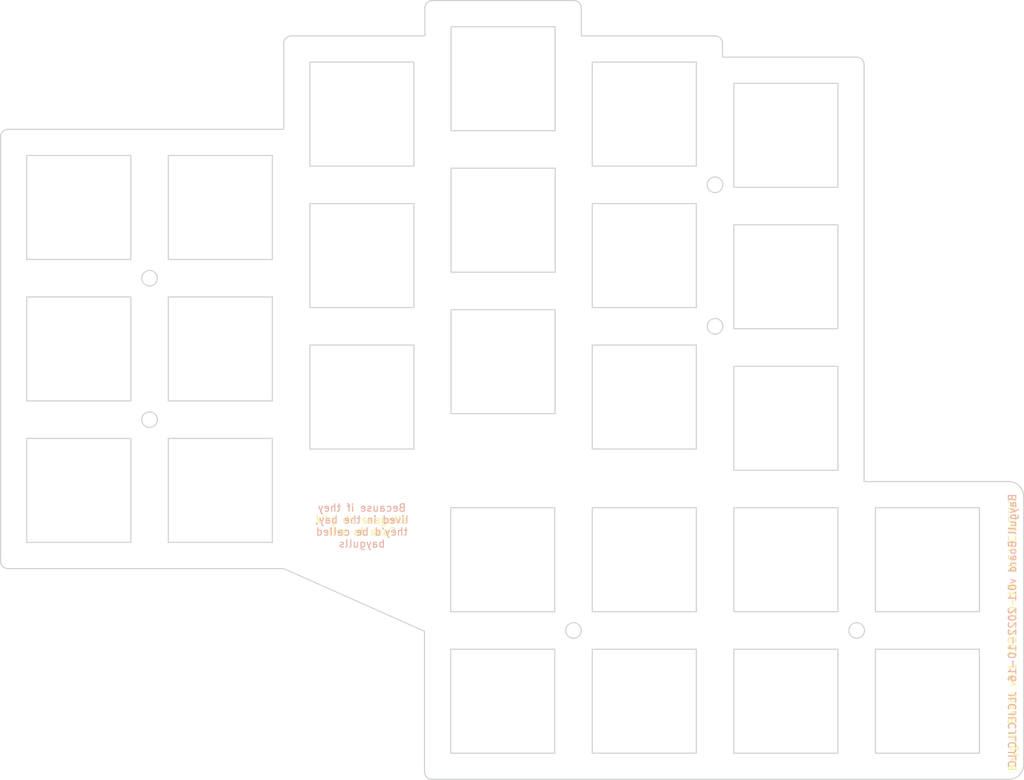
<source format=kicad_pcb>

            
(kicad_pcb (version 20171130) (host pcbnew 5.1.6)

  (page A3)
  (title_block
    (title top_plate)
    (rev v1.0.0)
    (company Unknown)
  )

  (general
    (thickness 1.6)
  )

  (layers
    (0 F.Cu signal)
    (31 B.Cu signal)
    (32 B.Adhes user)
    (33 F.Adhes user)
    (34 B.Paste user)
    (35 F.Paste user)
    (36 B.SilkS user)
    (37 F.SilkS user)
    (38 B.Mask user)
    (39 F.Mask user)
    (40 Dwgs.User user)
    (41 Cmts.User user)
    (42 Eco1.User user)
    (43 Eco2.User user)
    (44 Edge.Cuts user)
    (45 Margin user)
    (46 B.CrtYd user)
    (47 F.CrtYd user)
    (48 B.Fab user)
    (49 F.Fab user)
  )

  (setup
    (last_trace_width 0.25)
    (trace_clearance 0.2)
    (zone_clearance 0.508)
    (zone_45_only no)
    (trace_min 0.2)
    (via_size 0.8)
    (via_drill 0.4)
    (via_min_size 0.4)
    (via_min_drill 0.3)
    (uvia_size 0.3)
    (uvia_drill 0.1)
    (uvias_allowed no)
    (uvia_min_size 0.2)
    (uvia_min_drill 0.1)
    (edge_width 0.05)
    (segment_width 0.2)
    (pcb_text_width 0.3)
    (pcb_text_size 1.5 1.5)
    (mod_edge_width 0.12)
    (mod_text_size 1 1)
    (mod_text_width 0.15)
    (pad_size 1.524 1.524)
    (pad_drill 0.762)
    (pad_to_mask_clearance 0.05)
    (aux_axis_origin 0 0)
    (visible_elements FFFFFF7F)
    (pcbplotparams
      (layerselection 0x010fc_ffffffff)
      (usegerberextensions false)
      (usegerberattributes true)
      (usegerberadvancedattributes true)
      (creategerberjobfile true)
      (excludeedgelayer true)
      (linewidth 0.100000)
      (plotframeref false)
      (viasonmask false)
      (mode 1)
      (useauxorigin false)
      (hpglpennumber 1)
      (hpglpenspeed 20)
      (hpglpendiameter 15.000000)
      (psnegative false)
      (psa4output false)
      (plotreference true)
      (plotvalue true)
      (plotinvisibletext false)
      (padsonsilk false)
      (subtractmaskfromsilk false)
      (outputformat 1)
      (mirror false)
      (drillshape 1)
      (scaleselection 1)
      (outputdirectory ""))
  )

            (net 0 "")
            
  (net_class Default "This is the default net class."
    (clearance 0.2)
    (trace_width 0.25)
    (via_dia 0.8)
    (via_drill 0.4)
    (uvia_dia 0.3)
    (uvia_drill 0.1)
    (add_net "")
  )

            
  (net_class Power "This is the power net class."
    (clearance 0.2)
    (trace_width 0.5)
    (via_dia 0.8)
    (via_drill 0.4)
    (uvia_dia 0.3)
    (uvia_drill 0.1)
    
  )

            
            (gr_text "Why do seagulls\nlive at sea?" (at 57.150000000000006 4.7625 0) (layer F.SilkS)
                (effects (font (size 1 1) (thickness 0.15)) )
            )
        

            (gr_text "Because if they\nlived in the bay,\nthey'd be called\nbaygulls" (at 57.150000000000006 4.7625 0) (layer B.SilkS)
                (effects (font (size 1 1) (thickness 0.15)) (justify mirror))
            )
        

            (gr_text "Baygull Board v0.1 2022-10-16" (at 144.68 37.9095 90) (layer F.SilkS)
                (effects (font (size 1 1) (thickness 0.15)) (justify left))
            )
        

            (gr_text "JLCJLCJLCJLC" (at 144.68 11.239500000000003 90) (layer F.SilkS)
                (effects (font (size 1 1) (thickness 0.15)) (justify left))
            )
        

            (gr_text "JLCJLCJLCJLC" (at 144.68 32.194500000000005 90) (layer B.SilkS)
                (effects (font (size 1 1) (thickness 0.15)) (justify mirror))
            )
        

            (gr_text "Baygull Board v0.1 2022-10-16" (at 144.68 13.144500000000003 90) (layer B.SilkS)
                (effects (font (size 1 1) (thickness 0.15)) (justify mirror))
            )
        
            (gr_line (start 9.525 10.525) (end 46.625 10.525) (angle 90) (layer Edge.Cuts) (width 0.15))
(gr_line (start 8.525 9.525) (end 8.525 -47.625) (angle 90) (layer Edge.Cuts) (width 0.15))
(gr_arc (start 9.525 9.525) (end 8.525 9.525) (angle -90) (layer Edge.Cuts) (width 0.15))
(gr_line (start 9.525 -48.625) (end 46.625 -48.625) (angle 90) (layer Edge.Cuts) (width 0.15))
(gr_arc (start 9.525 -47.625) (end 9.525 -48.625) (angle -90) (layer Edge.Cuts) (width 0.15))
(gr_line (start 65.625 -61.19800000000001) (end 47.625 -61.19800000000001) (angle 90) (layer Edge.Cuts) (width 0.15))
(gr_arc (start 47.625 -60.19800000000001) (end 47.625 -61.19800000000001) (angle -90) (layer Edge.Cuts) (width 0.15))
(gr_line (start 46.625 -60.19800000000001) (end 46.625 -48.625) (angle 90) (layer Edge.Cuts) (width 0.15))
(gr_line (start 86.675 -61.19800000000001) (end 86.675 -64.9605) (angle 90) (layer Edge.Cuts) (width 0.15))
(gr_arc (start 85.675 -64.9605) (end 86.675 -64.9605) (angle -90) (layer Edge.Cuts) (width 0.15))
(gr_line (start 85.675 -65.9605) (end 66.625 -65.9605) (angle 90) (layer Edge.Cuts) (width 0.15))
(gr_arc (start 66.625 -64.9605) (end 66.625 -65.9605) (angle -90) (layer Edge.Cuts) (width 0.15))
(gr_line (start 65.625 -64.9605) (end 65.625 -61.19800000000001) (angle 90) (layer Edge.Cuts) (width 0.15))
(gr_line (start 105.675 -58.340500000000006) (end 105.675 -60.19800000000001) (angle 90) (layer Edge.Cuts) (width 0.15))
(gr_arc (start 104.675 -60.19800000000001) (end 105.675 -60.19800000000001) (angle -90) (layer Edge.Cuts) (width 0.15))
(gr_line (start 104.675 -61.19800000000001) (end 86.675 -61.19800000000001) (angle 90) (layer Edge.Cuts) (width 0.15))
(gr_line (start 124.725 -1.1905000000000001) (end 124.72500000000001 -57.340500000000006) (angle 90) (layer Edge.Cuts) (width 0.15))
(gr_arc (start 123.725 -57.340500000000006) (end 124.725 -57.340500000000006) (angle -90) (layer Edge.Cuts) (width 0.15))
(gr_line (start 123.725 -58.340500000000006) (end 105.675 -58.340500000000006) (angle 90) (layer Edge.Cuts) (width 0.15))
(gr_line (start 65.57499999999999 37.9095) (end 65.57499999999999 18.96837828162291) (angle 90) (layer Edge.Cuts) (width 0.15))
(gr_line (start 66.57499999999999 38.9095) (end 144.195 38.9095) (angle 90) (layer Edge.Cuts) (width 0.15))
(gr_arc (start 66.57499999999999 37.9095) (end 65.57499999999999 37.9095) (angle -90) (layer Edge.Cuts) (width 0.15))
(gr_line (start 124.725 -1.1905000000000001) (end 144.195 -1.1905000000000001) (angle 90) (layer Edge.Cuts) (width 0.15))
(gr_line (start 65.57499999999999 18.96837828162291) (end 46.625 10.525) (angle 90) (layer Edge.Cuts) (width 0.15))
(gr_line (start 12.05 7) (end 26.05 7) (angle 90) (layer Edge.Cuts) (width 0.15))
(gr_line (start 26.05 7) (end 26.05 -7) (angle 90) (layer Edge.Cuts) (width 0.15))
(gr_line (start 26.05 -7) (end 12.05 -7) (angle 90) (layer Edge.Cuts) (width 0.15))
(gr_line (start 12.05 -7) (end 12.05 7) (angle 90) (layer Edge.Cuts) (width 0.15))
(gr_line (start 12.05 -12.05) (end 26.05 -12.05) (angle 90) (layer Edge.Cuts) (width 0.15))
(gr_line (start 26.05 -12.05) (end 26.05 -26.05) (angle 90) (layer Edge.Cuts) (width 0.15))
(gr_line (start 26.05 -26.05) (end 12.05 -26.05) (angle 90) (layer Edge.Cuts) (width 0.15))
(gr_line (start 12.05 -26.05) (end 12.05 -12.05) (angle 90) (layer Edge.Cuts) (width 0.15))
(gr_line (start 12.05 -31.1) (end 26.05 -31.1) (angle 90) (layer Edge.Cuts) (width 0.15))
(gr_line (start 26.05 -31.1) (end 26.05 -45.1) (angle 90) (layer Edge.Cuts) (width 0.15))
(gr_line (start 26.05 -45.1) (end 12.05 -45.1) (angle 90) (layer Edge.Cuts) (width 0.15))
(gr_line (start 12.05 -45.1) (end 12.05 -31.1) (angle 90) (layer Edge.Cuts) (width 0.15))
(gr_line (start 31.1 7) (end 45.1 7) (angle 90) (layer Edge.Cuts) (width 0.15))
(gr_line (start 45.1 7) (end 45.1 -7) (angle 90) (layer Edge.Cuts) (width 0.15))
(gr_line (start 45.1 -7) (end 31.1 -7) (angle 90) (layer Edge.Cuts) (width 0.15))
(gr_line (start 31.1 -7) (end 31.1 7) (angle 90) (layer Edge.Cuts) (width 0.15))
(gr_line (start 31.1 -12.05) (end 45.1 -12.05) (angle 90) (layer Edge.Cuts) (width 0.15))
(gr_line (start 45.1 -12.05) (end 45.1 -26.05) (angle 90) (layer Edge.Cuts) (width 0.15))
(gr_line (start 45.1 -26.05) (end 31.1 -26.05) (angle 90) (layer Edge.Cuts) (width 0.15))
(gr_line (start 31.1 -26.05) (end 31.1 -12.05) (angle 90) (layer Edge.Cuts) (width 0.15))
(gr_line (start 31.1 -31.1) (end 45.1 -31.1) (angle 90) (layer Edge.Cuts) (width 0.15))
(gr_line (start 45.1 -31.1) (end 45.1 -45.1) (angle 90) (layer Edge.Cuts) (width 0.15))
(gr_line (start 45.1 -45.1) (end 31.1 -45.1) (angle 90) (layer Edge.Cuts) (width 0.15))
(gr_line (start 31.1 -45.1) (end 31.1 -31.1) (angle 90) (layer Edge.Cuts) (width 0.15))
(gr_line (start 50.15 -5.573) (end 64.15 -5.573) (angle 90) (layer Edge.Cuts) (width 0.15))
(gr_line (start 64.15 -5.573) (end 64.15 -19.573) (angle 90) (layer Edge.Cuts) (width 0.15))
(gr_line (start 64.15 -19.573) (end 50.15 -19.573) (angle 90) (layer Edge.Cuts) (width 0.15))
(gr_line (start 50.15 -19.573) (end 50.15 -5.573) (angle 90) (layer Edge.Cuts) (width 0.15))
(gr_line (start 50.15 -24.623) (end 64.15 -24.623) (angle 90) (layer Edge.Cuts) (width 0.15))
(gr_line (start 64.15 -24.623) (end 64.15 -38.623000000000005) (angle 90) (layer Edge.Cuts) (width 0.15))
(gr_line (start 64.15 -38.623000000000005) (end 50.15 -38.623000000000005) (angle 90) (layer Edge.Cuts) (width 0.15))
(gr_line (start 50.15 -38.623000000000005) (end 50.15 -24.623) (angle 90) (layer Edge.Cuts) (width 0.15))
(gr_line (start 50.15 -43.673) (end 64.15 -43.673) (angle 90) (layer Edge.Cuts) (width 0.15))
(gr_line (start 64.15 -43.673) (end 64.15 -57.673) (angle 90) (layer Edge.Cuts) (width 0.15))
(gr_line (start 64.15 -57.673) (end 50.15 -57.673) (angle 90) (layer Edge.Cuts) (width 0.15))
(gr_line (start 50.15 -57.673) (end 50.15 -43.673) (angle 90) (layer Edge.Cuts) (width 0.15))
(gr_line (start 69.15 -10.3355) (end 83.15 -10.3355) (angle 90) (layer Edge.Cuts) (width 0.15))
(gr_line (start 83.15 -10.3355) (end 83.15 -24.3355) (angle 90) (layer Edge.Cuts) (width 0.15))
(gr_line (start 83.15 -24.3355) (end 69.15 -24.3355) (angle 90) (layer Edge.Cuts) (width 0.15))
(gr_line (start 69.15 -24.3355) (end 69.15 -10.3355) (angle 90) (layer Edge.Cuts) (width 0.15))
(gr_line (start 69.15 -29.3855) (end 83.15 -29.3855) (angle 90) (layer Edge.Cuts) (width 0.15))
(gr_line (start 83.15 -29.3855) (end 83.15 -43.3855) (angle 90) (layer Edge.Cuts) (width 0.15))
(gr_line (start 83.15 -43.3855) (end 69.15 -43.3855) (angle 90) (layer Edge.Cuts) (width 0.15))
(gr_line (start 69.15 -43.3855) (end 69.15 -29.3855) (angle 90) (layer Edge.Cuts) (width 0.15))
(gr_line (start 69.15 -48.4355) (end 83.15 -48.4355) (angle 90) (layer Edge.Cuts) (width 0.15))
(gr_line (start 83.15 -48.4355) (end 83.15 -62.4355) (angle 90) (layer Edge.Cuts) (width 0.15))
(gr_line (start 83.15 -62.4355) (end 69.15 -62.4355) (angle 90) (layer Edge.Cuts) (width 0.15))
(gr_line (start 69.15 -62.4355) (end 69.15 -48.4355) (angle 90) (layer Edge.Cuts) (width 0.15))
(gr_line (start 88.15 -5.573) (end 102.15 -5.573) (angle 90) (layer Edge.Cuts) (width 0.15))
(gr_line (start 102.15 -5.573) (end 102.15 -19.573) (angle 90) (layer Edge.Cuts) (width 0.15))
(gr_line (start 102.15 -19.573) (end 88.15 -19.573) (angle 90) (layer Edge.Cuts) (width 0.15))
(gr_line (start 88.15 -19.573) (end 88.15 -5.573) (angle 90) (layer Edge.Cuts) (width 0.15))
(gr_line (start 88.15 -24.623) (end 102.15 -24.623) (angle 90) (layer Edge.Cuts) (width 0.15))
(gr_line (start 102.15 -24.623) (end 102.15 -38.623000000000005) (angle 90) (layer Edge.Cuts) (width 0.15))
(gr_line (start 102.15 -38.623000000000005) (end 88.15 -38.623000000000005) (angle 90) (layer Edge.Cuts) (width 0.15))
(gr_line (start 88.15 -38.623000000000005) (end 88.15 -24.623) (angle 90) (layer Edge.Cuts) (width 0.15))
(gr_line (start 88.15 -43.673) (end 102.15 -43.673) (angle 90) (layer Edge.Cuts) (width 0.15))
(gr_line (start 102.15 -43.673) (end 102.15 -57.673) (angle 90) (layer Edge.Cuts) (width 0.15))
(gr_line (start 102.15 -57.673) (end 88.15 -57.673) (angle 90) (layer Edge.Cuts) (width 0.15))
(gr_line (start 88.15 -57.673) (end 88.15 -43.673) (angle 90) (layer Edge.Cuts) (width 0.15))
(gr_line (start 107.2 -2.7155000000000005) (end 121.2 -2.7155000000000005) (angle 90) (layer Edge.Cuts) (width 0.15))
(gr_line (start 121.2 -2.7155000000000005) (end 121.2 -16.7155) (angle 90) (layer Edge.Cuts) (width 0.15))
(gr_line (start 121.2 -16.7155) (end 107.2 -16.7155) (angle 90) (layer Edge.Cuts) (width 0.15))
(gr_line (start 107.2 -16.7155) (end 107.2 -2.7155000000000005) (angle 90) (layer Edge.Cuts) (width 0.15))
(gr_line (start 107.2 -21.7655) (end 121.2 -21.7655) (angle 90) (layer Edge.Cuts) (width 0.15))
(gr_line (start 121.2 -21.7655) (end 121.2 -35.7655) (angle 90) (layer Edge.Cuts) (width 0.15))
(gr_line (start 121.2 -35.7655) (end 107.2 -35.7655) (angle 90) (layer Edge.Cuts) (width 0.15))
(gr_line (start 107.2 -35.7655) (end 107.2 -21.7655) (angle 90) (layer Edge.Cuts) (width 0.15))
(gr_line (start 107.2 -40.8155) (end 121.2 -40.8155) (angle 90) (layer Edge.Cuts) (width 0.15))
(gr_line (start 121.2 -40.8155) (end 121.2 -54.8155) (angle 90) (layer Edge.Cuts) (width 0.15))
(gr_line (start 121.2 -54.8155) (end 107.2 -54.8155) (angle 90) (layer Edge.Cuts) (width 0.15))
(gr_line (start 107.2 -54.8155) (end 107.2 -40.8155) (angle 90) (layer Edge.Cuts) (width 0.15))
(gr_line (start 69.1 16.3345) (end 83.1 16.3345) (angle 90) (layer Edge.Cuts) (width 0.15))
(gr_line (start 83.1 16.3345) (end 83.1 2.3344999999999985) (angle 90) (layer Edge.Cuts) (width 0.15))
(gr_line (start 83.1 2.3344999999999985) (end 69.1 2.3344999999999985) (angle 90) (layer Edge.Cuts) (width 0.15))
(gr_line (start 69.1 2.3344999999999985) (end 69.1 16.3345) (angle 90) (layer Edge.Cuts) (width 0.15))
(gr_line (start 69.1 35.3845) (end 83.1 35.3845) (angle 90) (layer Edge.Cuts) (width 0.15))
(gr_line (start 83.1 35.3845) (end 83.1 21.384500000000003) (angle 90) (layer Edge.Cuts) (width 0.15))
(gr_line (start 83.1 21.384500000000003) (end 69.1 21.384500000000003) (angle 90) (layer Edge.Cuts) (width 0.15))
(gr_line (start 69.1 21.384500000000003) (end 69.1 35.3845) (angle 90) (layer Edge.Cuts) (width 0.15))
(gr_line (start 88.14999999999999 16.3345) (end 102.14999999999999 16.3345) (angle 90) (layer Edge.Cuts) (width 0.15))
(gr_line (start 102.14999999999999 16.3345) (end 102.14999999999999 2.3344999999999985) (angle 90) (layer Edge.Cuts) (width 0.15))
(gr_line (start 102.14999999999999 2.3344999999999985) (end 88.14999999999999 2.3344999999999985) (angle 90) (layer Edge.Cuts) (width 0.15))
(gr_line (start 88.14999999999999 2.3344999999999985) (end 88.14999999999999 16.3345) (angle 90) (layer Edge.Cuts) (width 0.15))
(gr_line (start 88.14999999999999 35.3845) (end 102.14999999999999 35.3845) (angle 90) (layer Edge.Cuts) (width 0.15))
(gr_line (start 102.14999999999999 35.3845) (end 102.14999999999999 21.384500000000003) (angle 90) (layer Edge.Cuts) (width 0.15))
(gr_line (start 102.14999999999999 21.384500000000003) (end 88.14999999999999 21.384500000000003) (angle 90) (layer Edge.Cuts) (width 0.15))
(gr_line (start 88.14999999999999 21.384500000000003) (end 88.14999999999999 35.3845) (angle 90) (layer Edge.Cuts) (width 0.15))
(gr_line (start 107.19999999999999 16.3345) (end 121.19999999999999 16.3345) (angle 90) (layer Edge.Cuts) (width 0.15))
(gr_line (start 121.19999999999999 16.3345) (end 121.19999999999999 2.3344999999999985) (angle 90) (layer Edge.Cuts) (width 0.15))
(gr_line (start 121.19999999999999 2.3344999999999985) (end 107.19999999999999 2.3344999999999985) (angle 90) (layer Edge.Cuts) (width 0.15))
(gr_line (start 107.19999999999999 2.3344999999999985) (end 107.19999999999999 16.3345) (angle 90) (layer Edge.Cuts) (width 0.15))
(gr_line (start 107.19999999999999 35.3845) (end 121.19999999999999 35.3845) (angle 90) (layer Edge.Cuts) (width 0.15))
(gr_line (start 121.19999999999999 35.3845) (end 121.19999999999999 21.384500000000003) (angle 90) (layer Edge.Cuts) (width 0.15))
(gr_line (start 121.19999999999999 21.384500000000003) (end 107.19999999999999 21.384500000000003) (angle 90) (layer Edge.Cuts) (width 0.15))
(gr_line (start 107.19999999999999 21.384500000000003) (end 107.19999999999999 35.3845) (angle 90) (layer Edge.Cuts) (width 0.15))
(gr_line (start 126.25 16.3345) (end 140.25 16.3345) (angle 90) (layer Edge.Cuts) (width 0.15))
(gr_line (start 140.25 16.3345) (end 140.25 2.3344999999999985) (angle 90) (layer Edge.Cuts) (width 0.15))
(gr_line (start 140.25 2.3344999999999985) (end 126.25 2.3344999999999985) (angle 90) (layer Edge.Cuts) (width 0.15))
(gr_line (start 126.25 2.3344999999999985) (end 126.25 16.3345) (angle 90) (layer Edge.Cuts) (width 0.15))
(gr_line (start 126.25 35.3845) (end 140.25 35.3845) (angle 90) (layer Edge.Cuts) (width 0.15))
(gr_line (start 140.25 35.3845) (end 140.25 21.384500000000003) (angle 90) (layer Edge.Cuts) (width 0.15))
(gr_line (start 140.25 21.384500000000003) (end 126.25 21.384500000000003) (angle 90) (layer Edge.Cuts) (width 0.15))
(gr_line (start 126.25 21.384500000000003) (end 126.25 35.3845) (angle 90) (layer Edge.Cuts) (width 0.15))
(gr_circle (center 28.575000000000003 -28.575000000000003) (end 29.625000000000004 -28.575000000000003) (layer Edge.Cuts) (width 0.15))
(gr_circle (center 28.575000000000003 -9.525) (end 29.625000000000004 -9.525) (layer Edge.Cuts) (width 0.15))
(gr_circle (center 104.67500000000001 -41.148) (end 105.72500000000001 -41.148) (layer Edge.Cuts) (width 0.15))
(gr_circle (center 104.67500000000001 -22.098) (end 105.72500000000001 -22.098) (layer Edge.Cuts) (width 0.15))
(gr_circle (center 123.725 18.8595) (end 124.77499999999999 18.8595) (layer Edge.Cuts) (width 0.15))
(gr_circle (center 85.62499999999999 18.8595) (end 86.67499999999998 18.8595) (layer Edge.Cuts) (width 0.15))
(gr_arc (start 144.195 36.9095) (end 144.195 38.9095) (angle -90) (layer Edge.Cuts) (width 0.15))
(gr_line (start 146.195 36.9095) (end 146.195 0.8094999999999999) (angle 90) (layer Edge.Cuts) (width 0.15))
(gr_arc (start 144.195 0.8094999999999999) (end 146.195 0.8094999999999999) (angle -90) (layer Edge.Cuts) (width 0.15))
            
)

        
</source>
